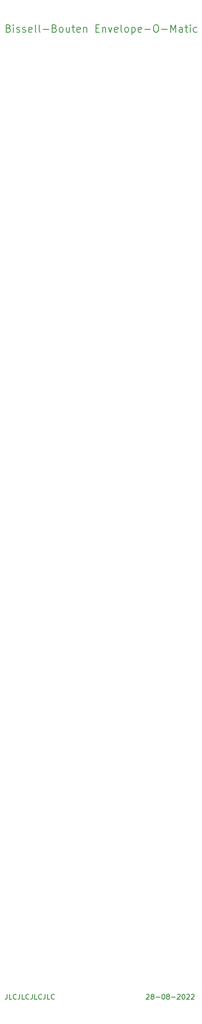
<source format=gto>
%TF.GenerationSoftware,KiCad,Pcbnew,(6.0.5)*%
%TF.CreationDate,2022-09-08T21:16:29+02:00*%
%TF.ProjectId,Bissell-Bouten_Envelope-o-Matic_panel,42697373-656c-46c2-9d42-6f7574656e5f,1.0*%
%TF.SameCoordinates,Original*%
%TF.FileFunction,Legend,Top*%
%TF.FilePolarity,Positive*%
%FSLAX46Y46*%
G04 Gerber Fmt 4.6, Leading zero omitted, Abs format (unit mm)*
G04 Created by KiCad (PCBNEW (6.0.5)) date 2022-09-08 21:16:29*
%MOMM*%
%LPD*%
G01*
G04 APERTURE LIST*
%ADD10C,0.150000*%
%ADD11C,0.400000*%
%ADD12C,4.000000*%
%ADD13C,0.600000*%
%ADD14C,9.000000*%
%ADD15C,10.000000*%
%ADD16C,14.000000*%
%ADD17C,8.500000*%
G04 APERTURE END LIST*
D10*
X81178571Y-42892857D02*
X81392857Y-42964285D01*
X81464285Y-43035714D01*
X81535714Y-43178571D01*
X81535714Y-43392857D01*
X81464285Y-43535714D01*
X81392857Y-43607142D01*
X81250000Y-43678571D01*
X80678571Y-43678571D01*
X80678571Y-42178571D01*
X81178571Y-42178571D01*
X81321428Y-42250000D01*
X81392857Y-42321428D01*
X81464285Y-42464285D01*
X81464285Y-42607142D01*
X81392857Y-42750000D01*
X81321428Y-42821428D01*
X81178571Y-42892857D01*
X80678571Y-42892857D01*
X82178571Y-43678571D02*
X82178571Y-42678571D01*
X82178571Y-42178571D02*
X82107142Y-42250000D01*
X82178571Y-42321428D01*
X82250000Y-42250000D01*
X82178571Y-42178571D01*
X82178571Y-42321428D01*
X82821428Y-43607142D02*
X82964285Y-43678571D01*
X83250000Y-43678571D01*
X83392857Y-43607142D01*
X83464285Y-43464285D01*
X83464285Y-43392857D01*
X83392857Y-43250000D01*
X83250000Y-43178571D01*
X83035714Y-43178571D01*
X82892857Y-43107142D01*
X82821428Y-42964285D01*
X82821428Y-42892857D01*
X82892857Y-42750000D01*
X83035714Y-42678571D01*
X83250000Y-42678571D01*
X83392857Y-42750000D01*
X84035714Y-43607142D02*
X84178571Y-43678571D01*
X84464285Y-43678571D01*
X84607142Y-43607142D01*
X84678571Y-43464285D01*
X84678571Y-43392857D01*
X84607142Y-43250000D01*
X84464285Y-43178571D01*
X84250000Y-43178571D01*
X84107142Y-43107142D01*
X84035714Y-42964285D01*
X84035714Y-42892857D01*
X84107142Y-42750000D01*
X84250000Y-42678571D01*
X84464285Y-42678571D01*
X84607142Y-42750000D01*
X85892857Y-43607142D02*
X85750000Y-43678571D01*
X85464285Y-43678571D01*
X85321428Y-43607142D01*
X85250000Y-43464285D01*
X85250000Y-42892857D01*
X85321428Y-42750000D01*
X85464285Y-42678571D01*
X85750000Y-42678571D01*
X85892857Y-42750000D01*
X85964285Y-42892857D01*
X85964285Y-43035714D01*
X85250000Y-43178571D01*
X86821428Y-43678571D02*
X86678571Y-43607142D01*
X86607142Y-43464285D01*
X86607142Y-42178571D01*
X87607142Y-43678571D02*
X87464285Y-43607142D01*
X87392857Y-43464285D01*
X87392857Y-42178571D01*
X88178571Y-43107142D02*
X89321428Y-43107142D01*
X90535714Y-42892857D02*
X90750000Y-42964285D01*
X90821428Y-43035714D01*
X90892857Y-43178571D01*
X90892857Y-43392857D01*
X90821428Y-43535714D01*
X90750000Y-43607142D01*
X90607142Y-43678571D01*
X90035714Y-43678571D01*
X90035714Y-42178571D01*
X90535714Y-42178571D01*
X90678571Y-42250000D01*
X90750000Y-42321428D01*
X90821428Y-42464285D01*
X90821428Y-42607142D01*
X90750000Y-42750000D01*
X90678571Y-42821428D01*
X90535714Y-42892857D01*
X90035714Y-42892857D01*
X91750000Y-43678571D02*
X91607142Y-43607142D01*
X91535714Y-43535714D01*
X91464285Y-43392857D01*
X91464285Y-42964285D01*
X91535714Y-42821428D01*
X91607142Y-42750000D01*
X91750000Y-42678571D01*
X91964285Y-42678571D01*
X92107142Y-42750000D01*
X92178571Y-42821428D01*
X92250000Y-42964285D01*
X92250000Y-43392857D01*
X92178571Y-43535714D01*
X92107142Y-43607142D01*
X91964285Y-43678571D01*
X91750000Y-43678571D01*
X93535714Y-42678571D02*
X93535714Y-43678571D01*
X92892857Y-42678571D02*
X92892857Y-43464285D01*
X92964285Y-43607142D01*
X93107142Y-43678571D01*
X93321428Y-43678571D01*
X93464285Y-43607142D01*
X93535714Y-43535714D01*
X94035714Y-42678571D02*
X94607142Y-42678571D01*
X94250000Y-42178571D02*
X94250000Y-43464285D01*
X94321428Y-43607142D01*
X94464285Y-43678571D01*
X94607142Y-43678571D01*
X95678571Y-43607142D02*
X95535714Y-43678571D01*
X95250000Y-43678571D01*
X95107142Y-43607142D01*
X95035714Y-43464285D01*
X95035714Y-42892857D01*
X95107142Y-42750000D01*
X95250000Y-42678571D01*
X95535714Y-42678571D01*
X95678571Y-42750000D01*
X95750000Y-42892857D01*
X95750000Y-43035714D01*
X95035714Y-43178571D01*
X96392857Y-42678571D02*
X96392857Y-43678571D01*
X96392857Y-42821428D02*
X96464285Y-42750000D01*
X96607142Y-42678571D01*
X96821428Y-42678571D01*
X96964285Y-42750000D01*
X97035714Y-42892857D01*
X97035714Y-43678571D01*
X98892857Y-42892857D02*
X99392857Y-42892857D01*
X99607142Y-43678571D02*
X98892857Y-43678571D01*
X98892857Y-42178571D01*
X99607142Y-42178571D01*
X100250000Y-42678571D02*
X100250000Y-43678571D01*
X100250000Y-42821428D02*
X100321428Y-42750000D01*
X100464285Y-42678571D01*
X100678571Y-42678571D01*
X100821428Y-42750000D01*
X100892857Y-42892857D01*
X100892857Y-43678571D01*
X101464285Y-42678571D02*
X101821428Y-43678571D01*
X102178571Y-42678571D01*
X103321428Y-43607142D02*
X103178571Y-43678571D01*
X102892857Y-43678571D01*
X102750000Y-43607142D01*
X102678571Y-43464285D01*
X102678571Y-42892857D01*
X102750000Y-42750000D01*
X102892857Y-42678571D01*
X103178571Y-42678571D01*
X103321428Y-42750000D01*
X103392857Y-42892857D01*
X103392857Y-43035714D01*
X102678571Y-43178571D01*
X104250000Y-43678571D02*
X104107142Y-43607142D01*
X104035714Y-43464285D01*
X104035714Y-42178571D01*
X105035714Y-43678571D02*
X104892857Y-43607142D01*
X104821428Y-43535714D01*
X104750000Y-43392857D01*
X104750000Y-42964285D01*
X104821428Y-42821428D01*
X104892857Y-42750000D01*
X105035714Y-42678571D01*
X105250000Y-42678571D01*
X105392857Y-42750000D01*
X105464285Y-42821428D01*
X105535714Y-42964285D01*
X105535714Y-43392857D01*
X105464285Y-43535714D01*
X105392857Y-43607142D01*
X105250000Y-43678571D01*
X105035714Y-43678571D01*
X106178571Y-42678571D02*
X106178571Y-44178571D01*
X106178571Y-42750000D02*
X106321428Y-42678571D01*
X106607142Y-42678571D01*
X106750000Y-42750000D01*
X106821428Y-42821428D01*
X106892857Y-42964285D01*
X106892857Y-43392857D01*
X106821428Y-43535714D01*
X106750000Y-43607142D01*
X106607142Y-43678571D01*
X106321428Y-43678571D01*
X106178571Y-43607142D01*
X108107142Y-43607142D02*
X107964285Y-43678571D01*
X107678571Y-43678571D01*
X107535714Y-43607142D01*
X107464285Y-43464285D01*
X107464285Y-42892857D01*
X107535714Y-42750000D01*
X107678571Y-42678571D01*
X107964285Y-42678571D01*
X108107142Y-42750000D01*
X108178571Y-42892857D01*
X108178571Y-43035714D01*
X107464285Y-43178571D01*
X108821428Y-43107142D02*
X109964285Y-43107142D01*
X110964285Y-42178571D02*
X111250000Y-42178571D01*
X111392857Y-42250000D01*
X111535714Y-42392857D01*
X111607142Y-42678571D01*
X111607142Y-43178571D01*
X111535714Y-43464285D01*
X111392857Y-43607142D01*
X111250000Y-43678571D01*
X110964285Y-43678571D01*
X110821428Y-43607142D01*
X110678571Y-43464285D01*
X110607142Y-43178571D01*
X110607142Y-42678571D01*
X110678571Y-42392857D01*
X110821428Y-42250000D01*
X110964285Y-42178571D01*
X112250000Y-43107142D02*
X113392857Y-43107142D01*
X114107142Y-43678571D02*
X114107142Y-42178571D01*
X114607142Y-43250000D01*
X115107142Y-42178571D01*
X115107142Y-43678571D01*
X116464285Y-43678571D02*
X116464285Y-42892857D01*
X116392857Y-42750000D01*
X116250000Y-42678571D01*
X115964285Y-42678571D01*
X115821428Y-42750000D01*
X116464285Y-43607142D02*
X116321428Y-43678571D01*
X115964285Y-43678571D01*
X115821428Y-43607142D01*
X115750000Y-43464285D01*
X115750000Y-43321428D01*
X115821428Y-43178571D01*
X115964285Y-43107142D01*
X116321428Y-43107142D01*
X116464285Y-43035714D01*
X116964285Y-42678571D02*
X117535714Y-42678571D01*
X117178571Y-42178571D02*
X117178571Y-43464285D01*
X117250000Y-43607142D01*
X117392857Y-43678571D01*
X117535714Y-43678571D01*
X118035714Y-43678571D02*
X118035714Y-42678571D01*
X118035714Y-42178571D02*
X117964285Y-42250000D01*
X118035714Y-42321428D01*
X118107142Y-42250000D01*
X118035714Y-42178571D01*
X118035714Y-42321428D01*
X119392857Y-43607142D02*
X119250000Y-43678571D01*
X118964285Y-43678571D01*
X118821428Y-43607142D01*
X118750000Y-43535714D01*
X118678571Y-43392857D01*
X118678571Y-42964285D01*
X118750000Y-42821428D01*
X118821428Y-42750000D01*
X118964285Y-42678571D01*
X119250000Y-42678571D01*
X119392857Y-42750000D01*
X80880952Y-237952380D02*
X80880952Y-238666666D01*
X80833333Y-238809523D01*
X80738095Y-238904761D01*
X80595238Y-238952380D01*
X80500000Y-238952380D01*
X81833333Y-238952380D02*
X81357142Y-238952380D01*
X81357142Y-237952380D01*
X82738095Y-238857142D02*
X82690476Y-238904761D01*
X82547619Y-238952380D01*
X82452380Y-238952380D01*
X82309523Y-238904761D01*
X82214285Y-238809523D01*
X82166666Y-238714285D01*
X82119047Y-238523809D01*
X82119047Y-238380952D01*
X82166666Y-238190476D01*
X82214285Y-238095238D01*
X82309523Y-238000000D01*
X82452380Y-237952380D01*
X82547619Y-237952380D01*
X82690476Y-238000000D01*
X82738095Y-238047619D01*
X83452380Y-237952380D02*
X83452380Y-238666666D01*
X83404761Y-238809523D01*
X83309523Y-238904761D01*
X83166666Y-238952380D01*
X83071428Y-238952380D01*
X84404761Y-238952380D02*
X83928571Y-238952380D01*
X83928571Y-237952380D01*
X85309523Y-238857142D02*
X85261904Y-238904761D01*
X85119047Y-238952380D01*
X85023809Y-238952380D01*
X84880952Y-238904761D01*
X84785714Y-238809523D01*
X84738095Y-238714285D01*
X84690476Y-238523809D01*
X84690476Y-238380952D01*
X84738095Y-238190476D01*
X84785714Y-238095238D01*
X84880952Y-238000000D01*
X85023809Y-237952380D01*
X85119047Y-237952380D01*
X85261904Y-238000000D01*
X85309523Y-238047619D01*
X86023809Y-237952380D02*
X86023809Y-238666666D01*
X85976190Y-238809523D01*
X85880952Y-238904761D01*
X85738095Y-238952380D01*
X85642857Y-238952380D01*
X86976190Y-238952380D02*
X86500000Y-238952380D01*
X86500000Y-237952380D01*
X87880952Y-238857142D02*
X87833333Y-238904761D01*
X87690476Y-238952380D01*
X87595238Y-238952380D01*
X87452380Y-238904761D01*
X87357142Y-238809523D01*
X87309523Y-238714285D01*
X87261904Y-238523809D01*
X87261904Y-238380952D01*
X87309523Y-238190476D01*
X87357142Y-238095238D01*
X87452380Y-238000000D01*
X87595238Y-237952380D01*
X87690476Y-237952380D01*
X87833333Y-238000000D01*
X87880952Y-238047619D01*
X88595238Y-237952380D02*
X88595238Y-238666666D01*
X88547619Y-238809523D01*
X88452380Y-238904761D01*
X88309523Y-238952380D01*
X88214285Y-238952380D01*
X89547619Y-238952380D02*
X89071428Y-238952380D01*
X89071428Y-237952380D01*
X90452380Y-238857142D02*
X90404761Y-238904761D01*
X90261904Y-238952380D01*
X90166666Y-238952380D01*
X90023809Y-238904761D01*
X89928571Y-238809523D01*
X89880952Y-238714285D01*
X89833333Y-238523809D01*
X89833333Y-238380952D01*
X89880952Y-238190476D01*
X89928571Y-238095238D01*
X90023809Y-238000000D01*
X90166666Y-237952380D01*
X90261904Y-237952380D01*
X90404761Y-238000000D01*
X90452380Y-238047619D01*
X109142857Y-238047619D02*
X109190476Y-238000000D01*
X109285714Y-237952380D01*
X109523809Y-237952380D01*
X109619047Y-238000000D01*
X109666666Y-238047619D01*
X109714285Y-238142857D01*
X109714285Y-238238095D01*
X109666666Y-238380952D01*
X109095238Y-238952380D01*
X109714285Y-238952380D01*
X110285714Y-238380952D02*
X110190476Y-238333333D01*
X110142857Y-238285714D01*
X110095238Y-238190476D01*
X110095238Y-238142857D01*
X110142857Y-238047619D01*
X110190476Y-238000000D01*
X110285714Y-237952380D01*
X110476190Y-237952380D01*
X110571428Y-238000000D01*
X110619047Y-238047619D01*
X110666666Y-238142857D01*
X110666666Y-238190476D01*
X110619047Y-238285714D01*
X110571428Y-238333333D01*
X110476190Y-238380952D01*
X110285714Y-238380952D01*
X110190476Y-238428571D01*
X110142857Y-238476190D01*
X110095238Y-238571428D01*
X110095238Y-238761904D01*
X110142857Y-238857142D01*
X110190476Y-238904761D01*
X110285714Y-238952380D01*
X110476190Y-238952380D01*
X110571428Y-238904761D01*
X110619047Y-238857142D01*
X110666666Y-238761904D01*
X110666666Y-238571428D01*
X110619047Y-238476190D01*
X110571428Y-238428571D01*
X110476190Y-238380952D01*
X111095238Y-238571428D02*
X111857142Y-238571428D01*
X112523809Y-237952380D02*
X112619047Y-237952380D01*
X112714285Y-238000000D01*
X112761904Y-238047619D01*
X112809523Y-238142857D01*
X112857142Y-238333333D01*
X112857142Y-238571428D01*
X112809523Y-238761904D01*
X112761904Y-238857142D01*
X112714285Y-238904761D01*
X112619047Y-238952380D01*
X112523809Y-238952380D01*
X112428571Y-238904761D01*
X112380952Y-238857142D01*
X112333333Y-238761904D01*
X112285714Y-238571428D01*
X112285714Y-238333333D01*
X112333333Y-238142857D01*
X112380952Y-238047619D01*
X112428571Y-238000000D01*
X112523809Y-237952380D01*
X113428571Y-238380952D02*
X113333333Y-238333333D01*
X113285714Y-238285714D01*
X113238095Y-238190476D01*
X113238095Y-238142857D01*
X113285714Y-238047619D01*
X113333333Y-238000000D01*
X113428571Y-237952380D01*
X113619047Y-237952380D01*
X113714285Y-238000000D01*
X113761904Y-238047619D01*
X113809523Y-238142857D01*
X113809523Y-238190476D01*
X113761904Y-238285714D01*
X113714285Y-238333333D01*
X113619047Y-238380952D01*
X113428571Y-238380952D01*
X113333333Y-238428571D01*
X113285714Y-238476190D01*
X113238095Y-238571428D01*
X113238095Y-238761904D01*
X113285714Y-238857142D01*
X113333333Y-238904761D01*
X113428571Y-238952380D01*
X113619047Y-238952380D01*
X113714285Y-238904761D01*
X113761904Y-238857142D01*
X113809523Y-238761904D01*
X113809523Y-238571428D01*
X113761904Y-238476190D01*
X113714285Y-238428571D01*
X113619047Y-238380952D01*
X114238095Y-238571428D02*
X115000000Y-238571428D01*
X115428571Y-238047619D02*
X115476190Y-238000000D01*
X115571428Y-237952380D01*
X115809523Y-237952380D01*
X115904761Y-238000000D01*
X115952380Y-238047619D01*
X116000000Y-238142857D01*
X116000000Y-238238095D01*
X115952380Y-238380952D01*
X115380952Y-238952380D01*
X116000000Y-238952380D01*
X116619047Y-237952380D02*
X116714285Y-237952380D01*
X116809523Y-238000000D01*
X116857142Y-238047619D01*
X116904761Y-238142857D01*
X116952380Y-238333333D01*
X116952380Y-238571428D01*
X116904761Y-238761904D01*
X116857142Y-238857142D01*
X116809523Y-238904761D01*
X116714285Y-238952380D01*
X116619047Y-238952380D01*
X116523809Y-238904761D01*
X116476190Y-238857142D01*
X116428571Y-238761904D01*
X116380952Y-238571428D01*
X116380952Y-238333333D01*
X116428571Y-238142857D01*
X116476190Y-238047619D01*
X116523809Y-238000000D01*
X116619047Y-237952380D01*
X117333333Y-238047619D02*
X117380952Y-238000000D01*
X117476190Y-237952380D01*
X117714285Y-237952380D01*
X117809523Y-238000000D01*
X117857142Y-238047619D01*
X117904761Y-238142857D01*
X117904761Y-238238095D01*
X117857142Y-238380952D01*
X117285714Y-238952380D01*
X117904761Y-238952380D01*
X118285714Y-238047619D02*
X118333333Y-238000000D01*
X118428571Y-237952380D01*
X118666666Y-237952380D01*
X118761904Y-238000000D01*
X118809523Y-238047619D01*
X118857142Y-238142857D01*
X118857142Y-238238095D01*
X118809523Y-238380952D01*
X118238095Y-238952380D01*
X118857142Y-238952380D01*
%LPC*%
G36*
X107500000Y-175000000D02*
G01*
X117500000Y-175000000D01*
X117500000Y-185000000D01*
X107500000Y-185000000D01*
X107500000Y-175000000D01*
G37*
D11*
%TO.C,H4*%
X76727208Y-44272792D03*
X79800000Y-43000000D03*
X79272792Y-44272792D03*
D12*
X78000000Y-43000000D03*
D11*
X78000000Y-44800000D03*
X76727208Y-41727208D03*
X76200000Y-43000000D03*
X78000000Y-41200000D03*
X79272792Y-41727208D03*
%TD*%
%TO.C,H1*%
X76200000Y-237000000D03*
X79800000Y-237000000D03*
X76727208Y-238272792D03*
X79272792Y-238272792D03*
X78000000Y-235200000D03*
X79272792Y-235727208D03*
D12*
X78000000Y-237000000D03*
D11*
X76727208Y-235727208D03*
X78000000Y-238800000D03*
%TD*%
D13*
%TO.C,H14*%
X96000000Y-157500000D03*
X100000000Y-161500000D03*
X97171573Y-154671573D03*
X100000000Y-153500000D03*
D14*
X100000000Y-157500000D03*
D13*
X104000000Y-157500000D03*
X102828427Y-160328427D03*
X102828427Y-154671573D03*
X97171573Y-160328427D03*
%TD*%
%TO.C,H5*%
X110681981Y-176818019D03*
X103000000Y-180000000D03*
D15*
X107500000Y-180000000D03*
D13*
X110681981Y-183181981D03*
X104318019Y-176818019D03*
X107500000Y-175500000D03*
X104318019Y-183181981D03*
X112000000Y-180000000D03*
X107500000Y-184500000D03*
%TD*%
%TO.C,H13*%
X96000000Y-65000000D03*
X102828427Y-67828427D03*
D14*
X100000000Y-65000000D03*
D13*
X97171573Y-62171573D03*
X102828427Y-62171573D03*
X100000000Y-69000000D03*
X104000000Y-65000000D03*
X100000000Y-61000000D03*
X97171573Y-67828427D03*
%TD*%
D16*
%TO.C,H10*%
X87500000Y-195000000D03*
D13*
X91389087Y-191110913D03*
X93000000Y-195000000D03*
X82000000Y-195000000D03*
X83610913Y-198889087D03*
X91389087Y-198889087D03*
X83610913Y-191110913D03*
X87500000Y-189500000D03*
X87500000Y-200500000D03*
%TD*%
%TO.C,H11*%
X108610913Y-198889087D03*
X112500000Y-189500000D03*
X107000000Y-195000000D03*
X116389087Y-198889087D03*
X108610913Y-191110913D03*
D16*
X112500000Y-195000000D03*
D13*
X116389087Y-191110913D03*
X118000000Y-195000000D03*
X112500000Y-200500000D03*
%TD*%
D12*
%TO.C,H2*%
X122000000Y-237000000D03*
D11*
X122000000Y-238800000D03*
X122000000Y-235200000D03*
X123800000Y-237000000D03*
X123272792Y-235727208D03*
X123272792Y-238272792D03*
X120200000Y-237000000D03*
X120727208Y-238272792D03*
X120727208Y-235727208D03*
%TD*%
D15*
%TO.C,H6*%
X117500000Y-180000000D03*
D13*
X113000000Y-180000000D03*
X122000000Y-180000000D03*
X117500000Y-175500000D03*
X114318019Y-183181981D03*
X120681981Y-176818019D03*
X117500000Y-184500000D03*
X120681981Y-183181981D03*
X114318019Y-176818019D03*
%TD*%
%TO.C,H9*%
X93000000Y-220000000D03*
X83610913Y-216110913D03*
X87500000Y-225500000D03*
X82000000Y-220000000D03*
D16*
X87500000Y-220000000D03*
D13*
X91389087Y-216110913D03*
X87500000Y-214500000D03*
X91389087Y-223889087D03*
X83610913Y-223889087D03*
%TD*%
%TO.C,H15*%
X104000000Y-107500000D03*
X100000000Y-111500000D03*
X102828427Y-104671573D03*
X102828427Y-110328427D03*
X97171573Y-110328427D03*
X100000000Y-103500000D03*
D14*
X100000000Y-107500000D03*
D13*
X97171573Y-104671573D03*
X96000000Y-107500000D03*
%TD*%
%TO.C,H8*%
X108610913Y-223889087D03*
X112500000Y-214500000D03*
X116389087Y-223889087D03*
X108610913Y-216110913D03*
X116389087Y-216110913D03*
X118000000Y-220000000D03*
X112500000Y-225500000D03*
X107000000Y-220000000D03*
D16*
X112500000Y-220000000D03*
%TD*%
D13*
%TO.C,H7*%
X92000000Y-180000000D03*
X84318019Y-176818019D03*
X90681981Y-183181981D03*
X84318019Y-183181981D03*
X87500000Y-175500000D03*
D15*
X87500000Y-180000000D03*
D13*
X90681981Y-176818019D03*
X83000000Y-180000000D03*
X87500000Y-184500000D03*
%TD*%
D11*
%TO.C,H3*%
X120727208Y-41727208D03*
X120727208Y-44272792D03*
X123272792Y-44272792D03*
X122000000Y-44800000D03*
X123272792Y-41727208D03*
X120200000Y-43000000D03*
X123800000Y-43000000D03*
X122000000Y-41200000D03*
D12*
X122000000Y-43000000D03*
%TD*%
D13*
%TO.C,H12*%
X100000000Y-136250000D03*
X97348350Y-129848350D03*
X102651650Y-135151650D03*
D17*
X100000000Y-132500000D03*
D13*
X96250000Y-132500000D03*
X97348350Y-135151650D03*
X103750000Y-132500000D03*
X100000000Y-128750000D03*
X102651650Y-129848350D03*
%TD*%
M02*

</source>
